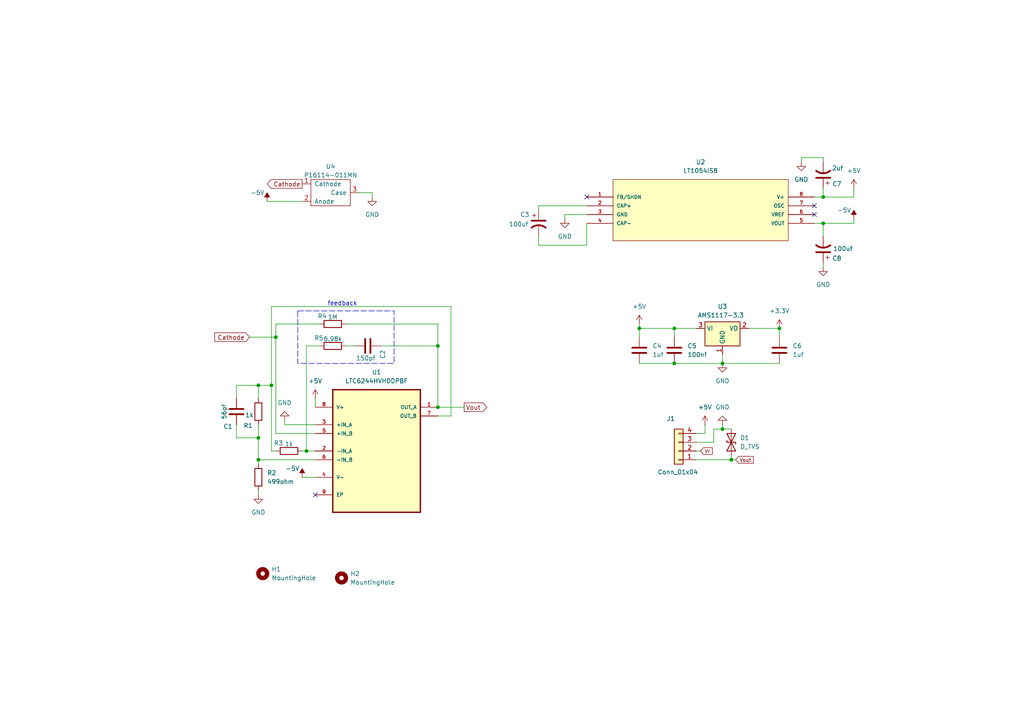
<source format=kicad_sch>
(kicad_sch (version 20231120) (generator "eeschema") (generator_version "8.0")
  (paper "A4")
  (title_block (title "Prototype two") (date "2025-01-12") (comment 2 "Ajay Gautam"))
  (lib_symbols
    (symbol "Connector_Generic:Conn_01x04" (pin_names (offset 1.016) hide)
      (property "Reference" "J" (at 0 5.08 0))
      (property "Value" "Conn_01x04" (at 0 -7.62 0))
      (symbol "Conn_01x04_1_1"
        (rectangle (start -1.27 -4.953) (end 0 -5.207) (stroke (width 0.1524)))
        (rectangle (start -1.27 -2.413) (end 0 -2.667) (stroke (width 0.1524)))
        (rectangle (start -1.27 0.127) (end 0 -0.127) (stroke (width 0.1524)))
        (rectangle (start -1.27 2.667) (end 0 2.413) (stroke (width 0.1524)))
        (rectangle (start -1.27 3.81) (end 1.27 -6.35) (stroke (width 0.254)) (fill (type background)))
        (pin passive line (at -5.08 2.54 0) (length 3.81) (name "Pin_1") (number "1"))
        (pin passive line (at -5.08 0 0) (length 3.81) (name "Pin_2") (number "2"))
        (pin passive line (at -5.08 -2.54 0) (length 3.81) (name "Pin_3") (number "3"))
        (pin passive line (at -5.08 -5.08 0) (length 3.81) (name "Pin_4") (number "4"))
      )
    )
    (symbol "Device:C" (pin_numbers hide) (pin_names (offset 0.254))
      (property "Reference" "C" (at 0.635 2.54 0))
      (property "Value" "C" (at 0.635 -2.54 0))
      (symbol "C_0_1"
        (polyline (pts (xy -2.032 -0.762) (xy 2.032 -0.762)) (stroke (width 0.508)))
        (polyline (pts (xy -2.032 0.762) (xy 2.032 0.762)) (stroke (width 0.508)))
      )
      (symbol "C_1_1"
        (pin passive line (at 0 3.81 270) (length 2.794) (name "~") (number "1"))
        (pin passive line (at 0 -3.81 90) (length 2.794) (name "~") (number "2"))
      )
    )
    (symbol "Device:C_Polarized_US" (pin_numbers hide) (pin_names (offset 0.254) hide)
      (property "Reference" "C" (at 0.635 2.54 0))
      (property "Value" "C_Polarized_US" (at 0.635 -2.54 0))
      (symbol "C_Polarized_US_0_1"
        (polyline (pts (xy -2.032 0.762) (xy 2.032 0.762)) (stroke (width 0.508)))
        (polyline (pts (xy -1.778 2.286) (xy -0.762 2.286)))
        (polyline (pts (xy -1.27 1.778) (xy -1.27 2.794)))
        (arc (start 2.032 -1.27) (mid 0 -0.5572) (end -2.032 -1.27) (stroke (width 0.508)))
      )
      (symbol "C_Polarized_US_1_1"
        (pin passive line (at 0 3.81 270) (length 2.794) (name "~") (number "1"))
        (pin passive line (at 0 -3.81 90) (length 3.302) (name "~") (number "2"))
      )
    )
    (symbol "Device:D_TVS" (pin_numbers hide) (pin_names (offset 1.016) hide)
      (property "Reference" "D" (at 0 2.54 0))
      (property "Value" "D_TVS" (at 0 -2.54 0))
      (symbol "D_TVS_0_1"
        (polyline (pts (xy 1.27 0) (xy -1.27 0)))
        (polyline (pts (xy 0.508 1.27) (xy 0 1.27) (xy 0 -1.27) (xy -0.508 -1.27)) (stroke (width 0.254)))
        (polyline (pts (xy -2.54 1.27) (xy -2.54 -1.27) (xy 2.54 1.27) (xy 2.54 -1.27) (xy -2.54 1.27)) (stroke (width 0.254)))
      )
      (symbol "D_TVS_1_1"
        (pin passive line (at -3.81 0 0) (length 2.54) (name "A1") (number "1"))
        (pin passive line (at 3.81 0 180) (length 2.54) (name "A2") (number "2"))
      )
    )
    (symbol "Device:R" (pin_numbers hide) (pin_names (offset 0))
      (property "Reference" "R" (at 2.032 0 90))
      (property "Value" "R" (at 0 0 90))
      (symbol "R_0_1"
        (rectangle (start -1.016 -2.54) (end 1.016 2.54) (stroke (width 0.254)))
      )
      (symbol "R_1_1"
        (pin passive line (at 0 3.81 270) (length 1.27) (name "~") (number "1"))
        (pin passive line (at 0 -3.81 90) (length 1.27) (name "~") (number "2"))
      )
    )
    (symbol "LT1054IS8:LT1054IS8" (pin_names (offset 1.016))
      (property "Reference" "U" (at 28.2956 9.1186 0))
      (property "Value" "LT1054IS8" (at 27.6606 6.5786 0))
      (symbol "LT1054IS8_0_0"
        (rectangle (start 7.62 -12.7) (end 58.42 5.08) (stroke (width 0.1524)) (fill (type background)))
        (pin passive line (at 0 0 0) (length 7.62) (name "FB/SHDN") (number "1"))
        (pin passive line (at 0 -2.54 0) (length 7.62) (name "CAP+") (number "2"))
        (pin power_in line (at 0 -5.08 0) (length 7.62) (name "GND") (number "3"))
        (pin passive line (at 0 -7.62 0) (length 7.62) (name "CAP-") (number "4"))
        (pin output line (at 66.04 -7.62 180) (length 7.62) (name "VOUT") (number "5"))
        (pin power_in line (at 66.04 -5.08 180) (length 7.62) (name "VREF") (number "6"))
        (pin passive line (at 66.04 -2.54 180) (length 7.62) (name "OSC") (number "7"))
        (pin power_in line (at 66.04 0 180) (length 7.62) (name "V+") (number "8"))
      )
    )
    (symbol "LTC6244HVHDDPBF:LTC6244HVHDDPBF" (pin_names (offset 1.016))
      (property "Reference" "U" (at -4.4196 17.0434 0))
      (property "Value" "LTC6244HVHDDPBF" (at -5.8166 -24.13 0))
      (symbol "LTC6244HVHDDPBF_0_0"
        (rectangle (start -12.7 -20.32) (end 12.7 15.24) (stroke (width 0.4064)) (fill (type background)))
        (pin output line (at 17.78 10.16 180) (length 5.08) (name "OUT_A") (number "1"))
        (pin input line (at -17.78 -2.54 0) (length 5.08) (name "-IN_A") (number "2"))
        (pin input line (at -17.78 5.08 0) (length 5.08) (name "+IN_A") (number "3"))
        (pin power_in line (at -17.78 -10.16 0) (length 5.08) (name "V-") (number "4"))
        (pin input line (at -17.78 2.54 0) (length 5.08) (name "+IN_B") (number "5"))
        (pin input line (at -17.78 -5.08 0) (length 5.08) (name "-IN_B") (number "6"))
        (pin output line (at 17.78 7.62 180) (length 5.08) (name "OUT_B") (number "7"))
        (pin power_in line (at -17.78 10.16 0) (length 5.08) (name "V+") (number "8"))
        (pin passive line (at -17.78 -15.24 0) (length 5.08) (name "EP") (number "9"))
      )
    )
    (symbol "Mechanical:MountingHole" (pin_names (offset 1.016)) (exclude_from_sim yes) (in_bom no)
      (property "Reference" "H" (at 0 5.08 0))
      (property "Value" "MountingHole" (at 0 3.175 0))
      (symbol "MountingHole_0_1"
        (circle (center 0 0) (radius 1.27) (stroke (width 1.27)))
      )
    )
    (symbol "Regulator_Linear:AMS1117-3.3"
      (property "Reference" "U" (at -3.81 3.175 0))
      (property "Value" "AMS1117-3.3" (at 0 3.175 0))
      (symbol "AMS1117-3.3_0_1"
        (rectangle (start -5.08 -5.08) (end 5.08 1.905) (stroke (width 0.254)) (fill (type background)))
      )
      (symbol "AMS1117-3.3_1_1"
        (pin power_in line (at 0 -7.62 90) (length 2.54) (name "GND") (number "1"))
        (pin power_out line (at 7.62 0 180) (length 2.54) (name "VO") (number "2"))
        (pin power_in line (at -7.62 0 0) (length 2.54) (name "VI") (number "3"))
      )
    )
    (symbol "infrared_Sym_Foot:infraed" (pin_names (offset 1))
      (property "Reference" "U" (at 0 0 0))
      (symbol "infraed_0_1"
        (rectangle (start -2.54 -1.27) (end 8.89 -8.89))
      )
      (symbol "infraed_1_1"
        (pin input line (at -5.08 -2.54 0) (length 2.54) (name "Cathode") (number "1"))
        (pin input line (at -5.08 -7.62 0) (length 2.54) (name "Anode") (number "2"))
        (pin input line (at 11.43 -5.08 180) (length 2.54) (name "Case") (number "3"))
      )
    )
    (symbol "power:+3.3V" (power) (pin_numbers hide) (pin_names (offset 0) hide)
      (property "Value" "+3.3V" (at 0 3.556 0))
      (symbol "+3.3V_0_1"
        (polyline (pts (xy -0.762 1.27) (xy 0 2.54)))
        (polyline (pts (xy 0 0) (xy 0 2.54)))
        (polyline (pts (xy 0 2.54) (xy 0.762 1.27)))
      )
      (symbol "+3.3V_1_1"
        (pin power_in line (at 0 0 90) (length 0) (name "~") (number "1"))
      )
    )
    (symbol "power:+5V" (power) (pin_numbers hide) (pin_names (offset 0) hide)
      (property "Value" "+5V" (at 0 3.556 0))
      (symbol "+5V_0_1"
        (polyline (pts (xy -0.762 1.27) (xy 0 2.54)))
        (polyline (pts (xy 0 0) (xy 0 2.54)))
        (polyline (pts (xy 0 2.54) (xy 0.762 1.27)))
      )
      (symbol "+5V_1_1"
        (pin power_in line (at 0 0 90) (length 0) (name "~") (number "1"))
      )
    )
    (symbol "power:-5V" (power) (pin_numbers hide) (pin_names (offset 0) hide)
      (property "Value" "-5V" (at 0 3.556 0))
      (symbol "-5V_0_0"
        (pin power_in line (at 0 0 90) (length 0) (name "~") (number "1"))
      )
      (symbol "-5V_0_1"
        (polyline (pts (xy 0 0) (xy 0 1.27) (xy 0.762 1.27) (xy 0 2.54) (xy -0.762 1.27) (xy 0 1.27)) (fill (type outline)))
      )
    )
    (symbol "power:GND" (power) (pin_numbers hide) (pin_names (offset 0) hide)
      (property "Value" "GND" (at 0 -3.81 0))
      (symbol "GND_0_1"
        (polyline (pts (xy 0 0) (xy 0 -1.27) (xy 1.27 -1.27) (xy 0 -2.54) (xy -1.27 -1.27) (xy 0 -1.27)))
      )
      (symbol "GND_1_1"
        (pin power_in line (at 0 0 270) (length 0) (name "~") (number "1"))
      )
    )
  )
  (junction (at 74.93 127))
  (junction (at 185.42 95.25))
  (junction (at 226.06 95.25))
  (junction (at 80.01 97.79))
  (junction (at 212.09 133.35))
  (junction (at 209.55 124.46))
  (junction (at 127 118.11))
  (junction (at 195.58 95.25))
  (junction (at 238.76 57.15))
  (junction (at 74.93 111.76))
  (junction (at 238.76 64.77))
  (junction (at 78.74 111.76))
  (junction (at 127 100.33))
  (junction (at 195.58 105.41))
  (junction (at 209.55 105.41))
  (junction (at 74.93 133.35))
  (junction (at 88.9 130.81))
  (no_connect (at 170.18 57.15))
  (no_connect (at 91.44 143.51))
  (no_connect (at 236.22 59.69))
  (no_connect (at 236.22 62.23))
  (wire (pts (xy 78.74 88.9) (xy 78.74 111.76)))
  (wire (pts (xy 238.76 54.61) (xy 238.76 57.15)))
  (wire (pts (xy 100.33 100.33) (xy 102.87 100.33)))
  (wire (pts (xy 74.93 133.35) (xy 74.93 134.62)))
  (wire (pts (xy 209.55 124.46) (xy 212.09 124.46)))
  (wire (pts (xy 77.47 58.42) (xy 87.63 58.42)))
  (wire (pts (xy 80.01 130.81) (xy 78.74 130.81)))
  (wire (pts (xy 88.9 100.33) (xy 88.9 130.81)))
  (wire (pts (xy 185.42 95.25) (xy 195.58 95.25)))
  (wire (pts (xy 156.21 59.69) (xy 170.18 59.69)))
  (wire (pts (xy 238.76 46.99) (xy 238.76 45.72)))
  (wire (pts (xy 238.76 68.58) (xy 238.76 64.77)))
  (wire (pts (xy 87.63 130.81) (xy 88.9 130.81)))
  (wire (pts (xy 80.01 125.73) (xy 91.44 125.73)))
  (wire (pts (xy 238.76 45.72) (xy 232.41 45.72)))
  (wire (pts (xy 204.47 125.73) (xy 201.93 125.73)))
  (wire (pts (xy 91.44 133.35) (xy 74.93 133.35)))
  (wire (pts (xy 74.93 127) (xy 74.93 133.35)))
  (wire (pts (xy 127 118.11) (xy 134.62 118.11)))
  (wire (pts (xy 78.74 111.76) (xy 78.74 130.81)))
  (wire (pts (xy 91.44 123.19) (xy 82.55 123.19)))
  (wire (pts (xy 127 100.33) (xy 127 118.11)))
  (wire (pts (xy 91.44 115.57) (xy 91.44 118.11)))
  (wire (pts (xy 170.18 62.23) (xy 163.83 62.23)))
  (wire (pts (xy 68.58 127) (xy 74.93 127)))
  (wire (pts (xy 195.58 95.25) (xy 195.58 97.79)))
  (wire (pts (xy 74.93 127) (xy 74.93 123.19)))
  (wire (pts (xy 104.14 55.88) (xy 107.95 55.88)))
  (wire (pts (xy 163.83 62.23) (xy 163.83 63.5)))
  (wire (pts (xy 68.58 123.19) (xy 68.58 127)))
  (wire (pts (xy 92.71 100.33) (xy 88.9 100.33)))
  (wire (pts (xy 74.93 111.76) (xy 78.74 111.76)))
  (wire (pts (xy 74.93 111.76) (xy 74.93 115.57)))
  (wire (pts (xy 212.09 133.35) (xy 213.36 133.35)))
  (wire (pts (xy 110.49 100.33) (xy 127 100.33)))
  (wire (pts (xy 185.42 93.98) (xy 185.42 95.25)))
  (wire (pts (xy 87.63 138.43) (xy 91.44 138.43)))
  (wire (pts (xy 185.42 95.25) (xy 185.42 97.79)))
  (wire (pts (xy 247.65 63.5) (xy 247.65 64.77)))
  (wire (pts (xy 209.55 105.41) (xy 226.06 105.41)))
  (wire (pts (xy 68.58 111.76) (xy 74.93 111.76)))
  (wire (pts (xy 80.01 97.79) (xy 80.01 125.73)))
  (wire (pts (xy 238.76 57.15) (xy 236.22 57.15)))
  (wire (pts (xy 209.55 123.19) (xy 209.55 124.46)))
  (wire (pts (xy 204.47 123.19) (xy 204.47 125.73)))
  (wire (pts (xy 170.18 71.12) (xy 156.21 71.12)))
  (wire (pts (xy 209.55 105.41) (xy 195.58 105.41)))
  (wire (pts (xy 185.42 105.41) (xy 195.58 105.41)))
  (wire (pts (xy 92.71 93.98) (xy 80.01 93.98)))
  (wire (pts (xy 212.09 132.08) (xy 212.09 133.35)))
  (wire (pts (xy 226.06 95.25) (xy 217.17 95.25)))
  (wire (pts (xy 130.81 120.65) (xy 130.81 88.9)))
  (wire (pts (xy 232.41 45.72) (xy 232.41 46.99)))
  (wire (pts (xy 209.55 102.87) (xy 209.55 105.41)))
  (wire (pts (xy 100.33 93.98) (xy 127 93.98)))
  (wire (pts (xy 127 120.65) (xy 130.81 120.65)))
  (wire (pts (xy 207.01 128.27) (xy 201.93 128.27)))
  (wire (pts (xy 130.81 88.9) (xy 78.74 88.9)))
  (wire (pts (xy 127 93.98) (xy 127 100.33)))
  (wire (pts (xy 72.39 97.79) (xy 80.01 97.79)))
  (wire (pts (xy 238.76 76.2) (xy 238.76 77.47)))
  (wire (pts (xy 201.93 130.81) (xy 203.2 130.81)))
  (wire (pts (xy 156.21 60.96) (xy 156.21 59.69)))
  (wire (pts (xy 68.58 115.57) (xy 68.58 111.76)))
  (wire (pts (xy 247.65 64.77) (xy 238.76 64.77)))
  (wire (pts (xy 247.65 57.15) (xy 238.76 57.15)))
  (wire (pts (xy 82.55 123.19) (xy 82.55 121.92)))
  (wire (pts (xy 207.01 124.46) (xy 209.55 124.46)))
  (wire (pts (xy 238.76 64.77) (xy 236.22 64.77)))
  (wire (pts (xy 201.93 95.25) (xy 195.58 95.25)))
  (wire (pts (xy 74.93 142.24) (xy 74.93 143.51)))
  (wire (pts (xy 201.93 133.35) (xy 212.09 133.35)))
  (wire (pts (xy 80.01 93.98) (xy 80.01 97.79)))
  (wire (pts (xy 247.65 54.61) (xy 247.65 57.15)))
  (wire (pts (xy 170.18 64.77) (xy 170.18 71.12)))
  (wire (pts (xy 88.9 130.81) (xy 91.44 130.81)))
  (wire (pts (xy 107.95 55.88) (xy 107.95 57.15)))
  (wire (pts (xy 226.06 97.79) (xy 226.06 95.25)))
  (wire (pts (xy 207.01 124.46) (xy 207.01 128.27)))
  (wire (pts (xy 156.21 71.12) (xy 156.21 68.58)))
  (rectangle (start 86.36 90.17) (end 114.3 105.41) (stroke (width 0) (type dash)))
  (text "feedback\n" (at 99.314 88.138 0) (effects (font (size 1.27 1.27))))
  (global_label "Vout" (shape output) (at 134.62 118.11 0) (property "Intersheetrefs" "${INTERSHEET_REFS}" (effects (hide yes))))
  (global_label "Cathode" (shape output) (at 87.63 53.34 180) (property "Intersheetrefs" "${INTERSHEET_REFS}" (effects (hide yes))))
  (global_label "Vout" (shape input) (at 213.36 133.35 0) (effects (font (size 1 1))) (property "Intersheetrefs" "${INTERSHEET_REFS}" (effects (hide yes))))
  (global_label "Cathode" (shape input) (at 72.39 97.79 180) (property "Intersheetrefs" "${INTERSHEET_REFS}" (effects (hide yes))))
  (global_label "Vr" (shape input) (at 203.2 130.81 0) (effects (font (size 1 1))) (property "Intersheetrefs" "${INTERSHEET_REFS}" (effects (hide yes))))
  (symbol (lib_id "Device:R") (at 83.82 130.81 90) (unit 1)
    (property "Reference" "R3" (at 80.772 128.524 90))
    (property "Value" "1k" (at 83.82 128.778 90))
    (property "Footprint" "Resistor_SMD:R_1206_3216Metric" (effects (hide yes)))
    (property "Description" "Resistor" (effects (hide yes)))
  )
  (symbol (lib_id "power:GND") (at 74.93 143.51 0) (unit 1)
    (property "Reference" "#PWR01" (effects (hide yes)))
    (property "Value" "GND" (at 74.93 148.59 0))
    (property "Description" "Power symbol creates a global label with name \"GND\" , ground" (effects (hide yes)))
  )
  (symbol (lib_id "power:-5V") (at 77.47 58.42 0) (unit 1)
    (property "Reference" "#PWR015" (effects (hide yes)))
    (property "Value" "-5V" (at 74.676 55.88 0))
    (property "Description" "Power symbol creates a global label with name \"-5V\"" (effects (hide yes)))
  )
  (symbol (lib_id "power:GND") (at 107.95 57.15 0) (unit 1)
    (property "Reference" "#PWR016" (effects (hide yes)))
    (property "Value" "GND" (at 107.95 62.23 0))
    (property "Description" "Power symbol creates a global label with name \"GND\" , ground" (effects (hide yes)))
  )
  (symbol (lib_id "power:+5V") (at 91.44 115.57 0) (unit 1)
    (property "Reference" "#PWR04" (effects (hide yes)))
    (property "Value" "+5V" (at 91.44 110.49 0))
    (property "Description" "Power symbol creates a global label with name \"+5V\"" (effects (hide yes)))
  )
  (symbol (lib_id "Device:C") (at 226.06 101.6 0) (unit 1)
    (property "Reference" "C6" (at 229.87 100.3299 0) (effects (justify left)))
    (property "Value" "1uf" (at 229.87 102.8699 0) (effects (justify left)))
    (property "Footprint" "Capacitor_SMD:C_1206_3216Metric" (effects (hide yes)))
    (property "Description" "Unpolarized capacitor" (effects (hide yes)))
  )
  (symbol (lib_id "Device:R") (at 96.52 100.33 90) (unit 1)
    (property "Reference" "R5" (at 92.456 98.044 90))
    (property "Value" "6.98k" (at 96.52 98.298 90))
    (property "Footprint" "Resistor_SMD:R_1206_3216Metric" (effects (hide yes)))
    (property "Description" "Resistor" (effects (hide yes)))
  )
  (symbol (lib_id "Device:C") (at 106.68 100.33 90) (unit 1)
    (property "Reference" "C2" (at 110.998 104.14 0) (effects (justify left)))
    (property "Value" "150pf" (at 108.966 103.886 90) (effects (justify left)))
    (property "Footprint" "Capacitor_SMD:C_1206_3216Metric" (effects (hide yes)))
    (property "Description" "Unpolarized capacitor" (effects (hide yes)))
  )
  (symbol (lib_id "LTC6244HVHDDPBF:LTC6244HVHDDPBF") (at 109.22 128.27 0) (unit 1)
    (property "Reference" "U1" (at 109.22 107.95 0))
    (property "Value" "LTC6244HVHDDPBF" (at 109.22 110.49 0))
    (property "Footprint" "LTC6244HVHDDPBF:DFN300X300X80-9N" (effects (hide yes)))
    (property "MF" "Analog Devices" (effects (hide yes)))
    (property "Description_1" "\n                        \n                            Dual 50MHz, Low Noise, Rail-to-Rail, CMOS Op Amp\n                        \n" (effects (hide yes)))
    (property "PACKAGE" "DFN-8" (effects (hide yes)))
    (property "MPN" "LTC6244HVHDD#PBF" (effects (hide yes)))
    (property "Price" "None" (effects (hide yes)))
    (property "Package" "DFN-8 Analog Devices" (effects (hide yes)))
    (property "OC_FARNELL" "-" (effects (hide yes)))
    (property "SnapEDA_Link" "https://www.snapeda.com/parts/LTC6244HVHDD%23PBF/Analog+Devices/view-part/?ref=snap" (effects (hide yes)))
    (property "MP" "LTC6244HVHDD#PBF" (effects (hide yes)))
    (property "SUPPLIER" "Linear Technology" (effects (hide yes)))
    (property "OC_NEWARK" "51P4606" (effects (hide yes)))
    (property "Availability" "In Stock" (effects (hide yes)))
    (property "Check_prices" "https://www.snapeda.com/parts/LTC6244HVHDD%23PBF/Analog+Devices/view-part/?ref=eda" (effects (hide yes)))
  )
  (symbol (lib_id "power:GND") (at 232.41 46.99 0) (unit 1)
    (property "Reference" "#PWR011" (effects (hide yes)))
    (property "Value" "GND" (at 232.41 52.07 0))
    (property "Description" "Power symbol creates a global label with name \"GND\" , ground" (effects (hide yes)))
  )
  (symbol (lib_id "Device:C_Polarized_US") (at 238.76 72.39 180) (unit 1)
    (property "Reference" "C8" (at 244.094 74.93 0) (effects (justify left)))
    (property "Value" "100uf" (at 247.396 72.136 0) (effects (justify left)))
    (property "Footprint" "Capacitor_SMD:C_1206_3216Metric" (effects (hide yes)))
    (property "Description" "Polarized capacitor, US symbol" (effects (hide yes)))
  )
  (symbol (lib_id "power:GND") (at 163.83 63.5 0) (unit 1)
    (property "Reference" "#PWR05" (effects (hide yes)))
    (property "Value" "GND" (at 163.83 68.58 0))
    (property "Description" "Power symbol creates a global label with name \"GND\" , ground" (effects (hide yes)))
  )
  (symbol (lib_id "Device:R") (at 74.93 138.43 0) (unit 1)
    (property "Reference" "R2" (at 77.47 137.1599 0) (effects (justify left)))
    (property "Value" "499ohm" (at 77.47 139.6999 0) (effects (justify left)))
    (property "Footprint" "Resistor_SMD:R_1206_3216Metric" (effects (hide yes)))
    (property "Description" "Resistor" (effects (hide yes)))
  )
  (symbol (lib_id "Connector_Generic:Conn_01x04") (at 196.85 130.81 180) (unit 1)
    (property "Reference" "J1" (at 194.564 121.412 0))
    (property "Value" "Conn_01x04" (at 196.596 136.906 0))
    (property "Footprint" "Connector_JST:JST_EH_B4B-EH-A_1x04_P2.50mm_Vertical" (effects (hide yes)))
    (property "Description" "Generic connector, single row, 01x04, script generated (kicad-library-utils/schlib/autogen/connector/)" (effects (hide yes)))
  )
  (symbol (lib_id "power:GND") (at 209.55 123.19 180) (unit 1)
    (property "Reference" "#PWR09" (effects (hide yes)))
    (property "Value" "GND" (at 209.55 118.11 0))
    (property "Description" "Power symbol creates a global label with name \"GND\" , ground" (effects (hide yes)))
  )
  (symbol (lib_id "infrared_Sym_Foot:infraed") (at 92.71 50.8 0) (unit 1)
    (property "Reference" "U4" (at 95.885 48.26 0))
    (property "Value" "P16114-011MN" (at 95.885 50.8 0))
    (property "Footprint" "infrared:P16114-011MN" (effects (hide yes)))
  )
  (symbol (lib_id "Mechanical:MountingHole") (at 99.06 167.64 0) (unit 1) (exclude_from_sim yes) (in_bom no)
    (property "Reference" "H2" (at 101.6 166.3699 0) (effects (justify left)))
    (property "Value" "MountingHole" (at 101.6 168.9099 0) (effects (justify left)))
    (property "Footprint" "MountingHole:MountingHole_2.7mm_M2.5_Pad_Via" (effects (hide yes)))
    (property "Description" "Mounting Hole without connection" (effects (hide yes)))
  )
  (symbol (lib_id "power:GND") (at 82.55 121.92 180) (unit 1)
    (property "Reference" "#PWR02" (effects (hide yes)))
    (property "Value" "GND" (at 82.55 116.84 0))
    (property "Description" "Power symbol creates a global label with name \"GND\" , ground" (effects (hide yes)))
  )
  (symbol (lib_id "Device:D_TVS") (at 212.09 128.27 90) (unit 1)
    (property "Reference" "D1" (at 214.63 126.9999 90) (effects (justify right)))
    (property "Value" "D_TVS" (at 214.63 129.5399 90) (effects (justify right)))
    (property "Footprint" "Diode_SMD:D_1210_3225Metric_Pad1.42x2.65mm_HandSolder" (effects (hide yes)))
    (property "Description" "Bidirectional transient-voltage-suppression diode" (effects (hide yes)))
  )
  (symbol (lib_id "power:+5V") (at 204.47 123.19 0) (unit 1)
    (property "Reference" "#PWR07" (effects (hide yes)))
    (property "Value" "+5V" (at 204.47 118.11 0))
    (property "Description" "Power symbol creates a global label with name \"+5V\"" (effects (hide yes)))
  )
  (symbol (lib_id "Device:C") (at 195.58 101.6 0) (unit 1)
    (property "Reference" "C5" (at 199.39 100.3299 0) (effects (justify left)))
    (property "Value" "100nf" (at 199.39 102.8699 0) (effects (justify left)))
    (property "Footprint" "Capacitor_SMD:C_1206_3216Metric" (effects (hide yes)))
    (property "Description" "Unpolarized capacitor" (effects (hide yes)))
  )
  (symbol (lib_id "power:-5V") (at 87.63 138.43 0) (unit 1)
    (property "Reference" "#PWR03" (effects (hide yes)))
    (property "Value" "-5V" (at 84.836 135.89 0))
    (property "Description" "Power symbol creates a global label with name \"-5V\"" (effects (hide yes)))
  )
  (symbol (lib_id "Device:C_Polarized_US") (at 238.76 50.8 180) (unit 1)
    (property "Reference" "C7" (at 244.094 53.34 0) (effects (justify left)))
    (property "Value" "2uf" (at 244.602 48.768 0) (effects (justify left)))
    (property "Footprint" "Capacitor_SMD:C_1206_3216Metric" (effects (hide yes)))
    (property "Description" "Polarized capacitor, US symbol" (effects (hide yes)))
  )
  (symbol (lib_id "Regulator_Linear:AMS1117-3.3") (at 209.55 95.25 0) (unit 1)
    (property "Reference" "U3" (at 209.55 88.9 0))
    (property "Value" "AMS1117-3.3" (at 209.042 91.44 0))
    (property "Footprint" "Package_TO_SOT_SMD:SOT-223-3_TabPin2" (effects (hide yes)))
    (property "Datasheet" "http://www.advanced-monolithic.com/pdf/ds1117.pdf" (effects (hide yes)))
    (property "Description" "1A Low Dropout regulator, positive, 3.3V fixed output, SOT-223" (effects (hide yes)))
  )
  (symbol (lib_id "Device:R") (at 74.93 119.38 0) (unit 1)
    (property "Reference" "R1" (at 70.612 123.444 0) (effects (justify left)))
    (property "Value" "1k" (at 71.12 120.396 0) (effects (justify left)))
    (property "Footprint" "Resistor_SMD:R_1206_3216Metric" (effects (hide yes)))
    (property "Description" "Resistor" (effects (hide yes)))
  )
  (symbol (lib_id "Device:C_Polarized_US") (at 156.21 64.77 0) (unit 1)
    (property "Reference" "C3" (at 150.876 62.23 0) (effects (justify left)))
    (property "Value" "100uf" (at 147.574 65.024 0) (effects (justify left)))
    (property "Footprint" "Capacitor_SMD:C_1206_3216Metric" (effects (hide yes)))
    (property "Description" "Polarized capacitor, US symbol" (effects (hide yes)))
  )
  (symbol (lib_id "power:+3.3V") (at 226.06 95.25 0) (unit 1)
    (property "Reference" "#PWR010" (effects (hide yes)))
    (property "Value" "+3.3V" (at 226.06 90.17 0))
    (property "Description" "Power symbol creates a global label with name \"+3.3V\"" (effects (hide yes)))
  )
  (symbol (lib_id "power:GND") (at 209.55 105.41 0) (unit 1)
    (property "Reference" "#PWR08" (effects (hide yes)))
    (property "Value" "GND" (at 209.55 110.49 0))
    (property "Description" "Power symbol creates a global label with name \"GND\" , ground" (effects (hide yes)))
  )
  (symbol (lib_id "LT1054IS8:LT1054IS8") (at 170.18 57.15 0) (unit 1)
    (property "Reference" "U2" (at 203.2 46.99 0))
    (property "Value" "LT1054IS8" (at 203.2 49.53 0))
    (property "Footprint" "LT1054IS8:SO-8_S" (effects (hide yes)))
    (property "MF" "Analog Devices" (effects (hide yes)))
    (property "VENDOR" "Linear Technology" (effects (hide yes)))
    (property "Description_1" "\n                        \n                            Switched-Capacitor Voltage Converter with Regulator\n                        \n" (effects (hide yes)))
    (property "Package" "SOIC-8 Analog Devices" (effects (hide yes)))
    (property "Price" "None" (effects (hide yes)))
    (property "Check_prices" "https://www.snapeda.com/parts/LT1054IS8/Analog+Devices/view-part/?ref=eda" (effects (hide yes)))
    (property "SnapEDA_Link" "https://www.snapeda.com/parts/LT1054IS8/Analog+Devices/view-part/?ref=snap" (effects (hide yes)))
    (property "MP" "LT1054IS8" (effects (hide yes)))
    (property "Availability" "In Stock" (effects (hide yes)))
    (property "MANUFACTURER_PART_NUMBER" "lt1054is8" (effects (hide yes)))
  )
  (symbol (lib_id "power:+5V") (at 247.65 54.61 0) (unit 1)
    (property "Reference" "#PWR013" (effects (hide yes)))
    (property "Value" "+5V" (at 247.65 49.53 0))
    (property "Description" "Power symbol creates a global label with name \"+5V\"" (effects (hide yes)))
  )
  (symbol (lib_id "power:-5V") (at 247.65 63.5 0) (unit 1)
    (property "Reference" "#PWR014" (effects (hide yes)))
    (property "Value" "-5V" (at 244.856 60.96 0))
    (property "Description" "Power symbol creates a global label with name \"-5V\"" (effects (hide yes)))
  )
  (symbol (lib_id "Device:C") (at 185.42 101.6 0) (unit 1)
    (property "Reference" "C4" (at 189.23 100.3299 0) (effects (justify left)))
    (property "Value" "1uf" (at 189.23 102.8699 0) (effects (justify left)))
    (property "Footprint" "Capacitor_SMD:C_1206_3216Metric" (effects (hide yes)))
    (property "Description" "Unpolarized capacitor" (effects (hide yes)))
  )
  (symbol (lib_id "Mechanical:MountingHole") (at 76.2 166.37 0) (unit 1) (exclude_from_sim yes) (in_bom no)
    (property "Reference" "H1" (at 78.74 165.0999 0) (effects (justify left)))
    (property "Value" "MountingHole" (at 78.74 167.6399 0) (effects (justify left)))
    (property "Footprint" "MountingHole:MountingHole_2.7mm_M2.5_Pad_Via" (effects (hide yes)))
    (property "Description" "Mounting Hole without connection" (effects (hide yes)))
  )
  (symbol (lib_id "Device:C") (at 68.58 119.38 0) (unit 1)
    (property "Reference" "C1" (at 64.77 123.698 0) (effects (justify left)))
    (property "Value" "56pf" (at 65.024 121.666 90) (effects (justify left)))
    (property "Footprint" "Capacitor_SMD:C_1206_3216Metric" (effects (hide yes)))
    (property "Description" "Unpolarized capacitor" (effects (hide yes)))
  )
  (symbol (lib_id "Device:R") (at 96.52 93.98 90) (unit 1)
    (property "Reference" "R4" (at 93.472 91.694 90))
    (property "Value" "1M" (at 96.52 91.948 90))
    (property "Footprint" "Resistor_SMD:R_1206_3216Metric" (effects (hide yes)))
    (property "Description" "Resistor" (effects (hide yes)))
  )
  (symbol (lib_id "power:+5V") (at 185.42 93.98 0) (unit 1)
    (property "Reference" "#PWR06" (effects (hide yes)))
    (property "Value" "+5V" (at 185.42 88.9 0))
    (property "Description" "Power symbol creates a global label with name \"+5V\"" (effects (hide yes)))
  )
  (symbol (lib_id "power:GND") (at 238.76 77.47 0) (unit 1)
    (property "Reference" "#PWR012" (effects (hide yes)))
    (property "Value" "GND" (at 238.76 82.55 0))
    (property "Description" "Power symbol creates a global label with name \"GND\" , ground" (effects (hide yes)))
  )
)
</source>
